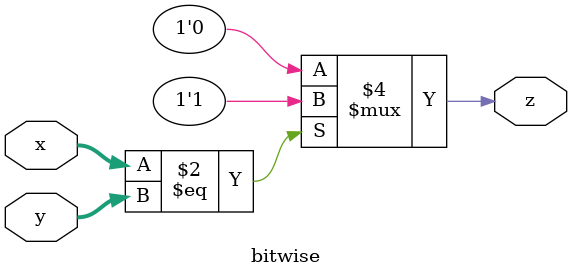
<source format=sv>
`timescale 1ns / 1ns
module bitwise(x,y,z);
  input [1:0] x, y;
  output reg z;
  
  
  always @(*) begin
     if(x == y)   
         z <= 1;
     else 
         z <= 0;
      
     
     
  end
  
endmodule
</source>
